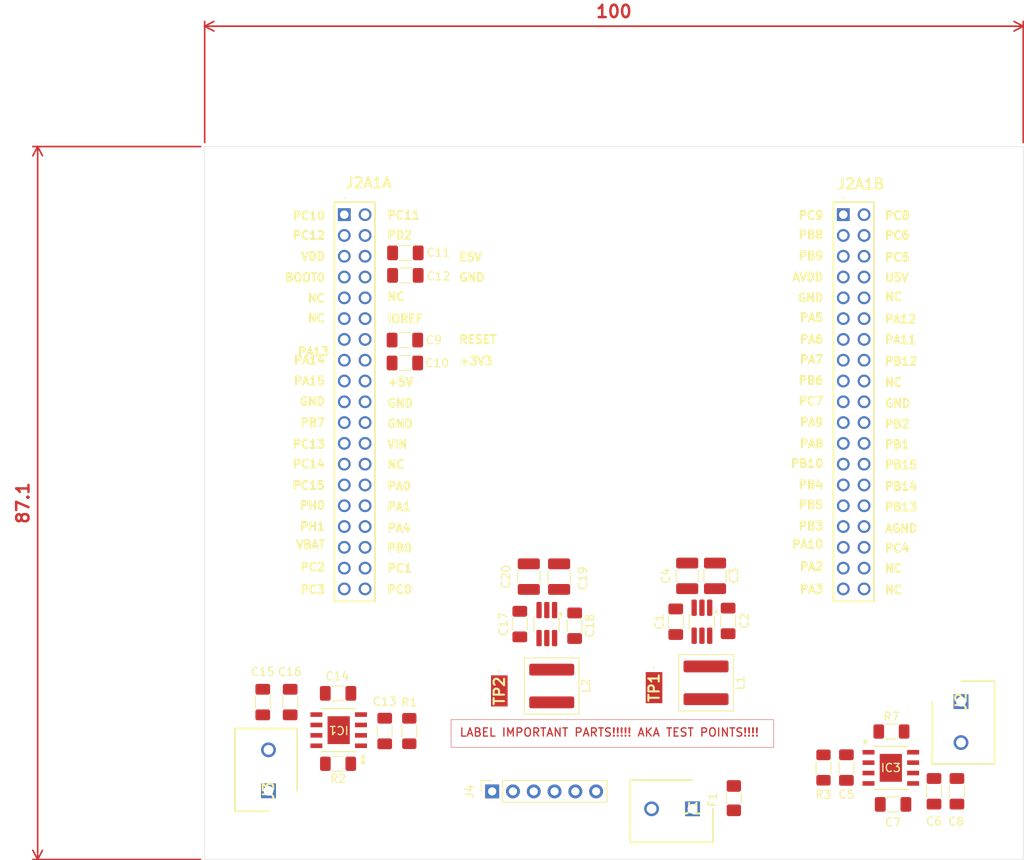
<source format=kicad_pcb>
(kicad_pcb (version 20241229) (generator "pcbnew") (generator_version "9.0")
  (layers (0 "F.Cu" signal) (2 "B.Cu" signal) (13 "F.Paste" user) (15 "B.Paste" user) (5 "F.SilkS" user "F.Silkscreen") (7 "B.SilkS" user "B.Silkscreen") (1 "F.Mask" user) (3 "B.Mask" user) (25 "Edge.Cuts" user))
  (net 0 "")
  (net 1 "+Vbatt")
  (net 2 "GND")
  (net 3 "Net-(IC2-SW)")
  (net 4 "Net-(IC2-BST)")
  (net 5 "+5V")
  (net 6 "Net-(IC3-IPROPI)")
  (net 7 "Vbatt")
  (net 8 "+3V3")
  (net 9 "Net-(IC1-IPROPI)")
  (net 10 "Net-(IC4-BST)")
  (net 11 "Net-(IC4-SW)")
  (net 12 "Net-(F1-Pad1)")
  (net 13 "/IN2-MTR1")
  (net 14 "/IN1_MTR1")
  (net 15 "/-OUT")
  (net 16 "/+OUT")
  (net 17 "/IN1_MTR2")
  (net 18 "/IN2_MTR2")
  (net 40 "/EN")
  (net 42 "/I_MTR2")
  (net 80 "/State")
  (net 82 "/I_MTR1")
  (net 83 "/BT_RX")
  (net 84 "/BT_TX")
  (footprint "FootPrintLibrary_ENEL300:5019" (layer "F.Cu") (at 238.5 128.8 -90)
    (property "Reference" "TP1" (at 0 0 90) (layer "F.SilkS") (effects (font (size 1.27 1.27) (thickness 0.254))))
    (property "Value" "5019" (hide yes))
    (fp_line (start -2.5 0) (end -2.5 0) (stroke (width 0.1)) (layer "F.SilkS"))
    (fp_line (start -2.4 0) (end -2.4 0) (stroke (width 0.1)) (layer "F.SilkS"))
    (fp_arc (start -2.5 0) (mid -2.45 -0.05) (end -2.4 0) (stroke (width 0.1)) (layer "F.SilkS"))
    (fp_arc (start -2.4 0) (mid -2.45 0.05) (end -2.5 0) (stroke (width 0.1)) (layer "F.SilkS"))
    (pad "1" smd rect (at 0 0) (size 2.03 3.8) (layers "F.Cu" "F.Mask" "F.Paste") (net 5 "+5V"))
  )
  (footprint "Resistor_SMD:R_1206_3216Metric_Pad1.30x1.75mm_HandSolder" (layer "F.Cu") (at 208.6 134.1 -90)
    (property "Reference" "R1" (at -3.5 0 0) (layer "F.SilkS"))
    (property "Value" "0Ω")
    (fp_line (start -0.727064 0.91) (end 0.727064 0.91) (stroke (width 0.12)) (layer "F.SilkS"))
    (fp_line (start -0.727064 -0.91) (end 0.727064 -0.91) (stroke (width 0.12)) (layer "F.SilkS"))
    (pad "1" smd roundrect (at -1.55 0 270) (size 1.3 1.75) (layers "F.Cu" "F.Mask" "F.Paste") (roundrect_rratio 0.192308) (net 82 "/I_MTR1"))
    (pad "2" smd roundrect (at 1.55 0 270) (size 1.3 1.75) (layers "F.Cu" "F.Mask" "F.Paste") (roundrect_rratio 0.192308) (net 9 "Net-(IC1-IPROPI)"))
  )
  (footprint "FootPrintLibrary_ENEL300:SHDR2W70P0X500_1X2_1000X750X1150P" (layer "F.Cu") (at 276 130.5125 -90)
    (property "Reference" "J2" (at 0 0 90) (layer "F.SilkS") (effects (font (size 1.27 1.27) (thickness 0.254))))
    (property "Value" "691137710002" (hide yes))
    (fp_line (start 0 3.5) (end 7.6 3.5) (stroke (width 0.2)) (layer "F.SilkS"))
    (fp_line (start 7.6 3.5) (end 7.6 -4.1) (stroke (width 0.2)) (layer "F.SilkS"))
    (fp_line (start -2.5 -4.1) (end -2.5 0) (stroke (width 0.2)) (layer "F.SilkS"))
    (fp_line (start 7.6 -4.1) (end -2.5 -4.1) (stroke (width 0.2)) (layer "F.SilkS"))
    (pad "1" thru_hole rect (at 0 0 270) (size 1.8 1.8) (drill 1.2) (layers "*.Cu" "*.Mask") (net 15 "/-OUT"))
    (pad "2" thru_hole circle (at 5 0 270) (size 1.8 1.8) (drill 1.2) (layers "*.Cu" "*.Mask") (net 16 "/+OUT"))
  )
  (footprint "Capacitor_SMD:C_1206_3216Metric_Pad1.33x1.80mm_HandSolder" (layer "F.Cu") (at 241.15 120.7475 -90)
    (property "Reference" "C1" (at 0 2 90) (layer "F.SilkS"))
    (property "Value" "10uF")
    (fp_line (start -0.711252 0.91) (end 0.711252 0.91) (stroke (width 0.12)) (layer "F.SilkS"))
    (fp_line (start -0.711252 -0.91) (end 0.711252 -0.91) (stroke (width 0.12)) (layer "F.SilkS"))
    (pad "1" smd roundrect (at -1.5625 0 270) (size 1.325 1.8) (layers "F.Cu" "F.Mask" "F.Paste") (roundrect_rratio 0.188679) (net 1 "+Vbatt"))
    (pad "2" smd roundrect (at 1.5625 0 270) (size 1.325 1.8) (layers "F.Cu" "F.Mask" "F.Paste") (roundrect_rratio 0.188679) (net 2 "GND"))
  )
  (footprint "Capacitor_SMD:C_1210_3225Metric_Pad1.33x2.70mm_HandSolder" (layer "F.Cu") (at 242.55 115.1475 -90)
    (property "Reference" "C4" (at 0 2.6 90) (layer "F.SilkS"))
    (property "Value" "22uF")
    (fp_line (start -0.711252 1.36) (end 0.711252 1.36) (stroke (width 0.12)) (layer "F.SilkS"))
    (fp_line (start -0.711252 -1.36) (end 0.711252 -1.36) (stroke (width 0.12)) (layer "F.SilkS"))
    (pad "1" smd roundrect (at -1.5625 0 270) (size 1.325 2.7) (layers "F.Cu" "F.Mask" "F.Paste") (roundrect_rratio 0.188679) (net 2 "GND"))
    (pad "2" smd roundrect (at 1.5625 0 270) (size 1.325 2.7) (layers "F.Cu" "F.Mask" "F.Paste") (roundrect_rratio 0.188679) (net 5 "+5V"))
  )
  (footprint "Capacitor_SMD:C_1206_3216Metric_Pad1.33x1.80mm_HandSolder" (layer "F.Cu") (at 208.06 86.34)
    (property "Reference" "C9" (at 3.5375 0 0) (layer "F.SilkS"))
    (property "Value" "0.1uF")
    (fp_line (start -0.711252 -0.91) (end 0.711252 -0.91) (stroke (width 0.12)) (layer "F.SilkS"))
    (fp_line (start -0.711252 0.91) (end 0.711252 0.91) (stroke (width 0.12)) (layer "F.SilkS"))
    (pad "1" smd roundrect (at -1.5625 0) (size 1.325 1.8) (layers "F.Cu" "F.Mask" "F.Paste") (roundrect_rratio 0.188679) (net 8 "+3V3"))
    (pad "2" smd roundrect (at 1.5625 0) (size 1.325 1.8) (layers "F.Cu" "F.Mask" "F.Paste") (roundrect_rratio 0.188679) (net 2 "GND"))
  )
  (footprint "FootPrintLibrary_ENEL300:SOIC-8-DDA-DRV8231_TEX" (layer "F.Cu") (at 199.97585 133.995 180)
    (property "Reference" "IC1" (at 0 0 180) (layer "F.SilkS"))
    (property "Value" "DRV8251ADDAR")
    (fp_line (start 2.1209 -2.6289) (end -2.1209 -2.6289) (stroke (width 0.1524)) (layer "F.SilkS"))
    (fp_line (start -2.1209 2.6289) (end 2.1209 2.6289) (stroke (width 0.1524)) (layer "F.SilkS"))
    (fp_text user "*" (at -2.97815 -3.6068 0) (layer "F.SilkS"))
    (fp_text user "*" (at -2.97815 -3.6068 180) (layer "F.SilkS"))
    (pad "1" smd rect (at -2.72415 -1.905 180) (size 1.4605 0.5588) (layers "F.Cu" "F.Mask" "F.Paste") (net 9 "Net-(IC1-IPROPI)"))
    (pad "2" smd rect (at -2.72415 -0.635 180) (size 1.4605 0.5588) (layers "F.Cu" "F.Mask" "F.Paste") (net 13 "/IN2-MTR1"))
    (pad "3" smd rect (at -2.72415 0.635 180) (size 1.4605 0.5588) (layers "F.Cu" "F.Mask" "F.Paste") (net 14 "/IN1_MTR1"))
    (pad "4" smd rect (at -2.72415 1.905 180) (size 1.4605 0.5588) (layers "F.Cu" "F.Mask" "F.Paste") (net 8 "+3V3"))
    (pad "5" smd rect (at 2.72415 1.905 180) (size 1.4605 0.5588) (layers "F.Cu" "F.Mask" "F.Paste") (net 7 "Vbatt"))
    (pad "6" smd rect (at 2.72415 0.635 180) (size 1.4605 0.5588) (layers "F.Cu" "F.Mask" "F.Paste") (net 16 "/+OUT"))
    (pad "7" smd rect (at 2.72415 -0.635 180) (size 1.4605 0.5588) (layers "F.Cu" "F.Mask" "F.Paste") (net 2 "GND"))
    (pad "8" smd rect (at 2.72415 -1.905 180) (size 1.4605 0.5588) (layers "F.Cu" "F.Mask" "F.Paste") (net 15 "/-OUT"))
    (pad "EPAD" smd rect (at 0 0 180) (size 2.7178 3.4036) (layers "F.Cu" "F.Mask"))
  )
  (footprint "Connector_PinSocket_2.54mm:PinSocket_1x06_P2.54mm_Vertical" (layer "F.Cu") (at 218.725 141.475 90)
    (property "Reference" "J4" (at 0 -2.77 90) (layer "F.SilkS"))
    (property "Value" "Conn_01x06")
    (fp_line (start 1.33 -1.33) (end 1.33 0) (stroke (width 0.12)) (layer "F.SilkS"))
    (fp_line (start 0 -1.33) (end 1.33 -1.33) (stroke (width 0.12)) (layer "F.SilkS"))
    (fp_line (start 1.33 1.27) (end 1.33 14.03) (stroke (width 0.12)) (layer "F.SilkS"))
    (fp_line (start -1.33 1.27) (end 1.33 1.27) (stroke (width 0.12)) (layer "F.SilkS"))
    (fp_line (start -1.33 1.27) (end -1.33 14.03) (stroke (width 0.12)) (layer "F.SilkS"))
    (fp_line (start -1.33 14.03) (end 1.33 14.03) (stroke (width 0.12)) (layer "F.SilkS"))
    (pad "1" thru_hole rect (at 0 0 90) (size 1.7 1.7) (drill 1) (layers "*.Cu" "*.Mask") (net 80 "/State"))
    (pad "2" thru_hole circle (at 0 2.54 90) (size 1.7 1.7) (drill 1) (layers "*.Cu" "*.Mask") (net 83 "/BT_RX"))
    (pad "3" thru_hole circle (at 0 5.08 90) (size 1.7 1.7) (drill 1) (layers "*.Cu" "*.Mask") (net 84 "/BT_TX"))
    (pad "4" thru_hole circle (at 0 7.62 90) (size 1.7 1.7) (drill 1) (layers "*.Cu" "*.Mask") (net 2 "GND"))
    (pad "5" thru_hole circle (at 0 10.16 90) (size 1.7 1.7) (drill 1) (layers "*.Cu" "*.Mask") (net 5 "+5V"))
    (pad "6" thru_hole circle (at 0 12.7 90) (size 1.7 1.7) (drill 1) (layers "*.Cu" "*.Mask") (net 40 "/EN"))
  )
  (footprint "Capacitor_SMD:C_1206_3216Metric_Pad1.33x1.80mm_HandSolder" (layer "F.Cu") (at 208.1225 75.69)
    (property "Reference" "C11" (at 4.0375 -0.05 0) (layer "F.SilkS"))
    (property "Value" "0.1uF")
    (fp_line (start -0.711252 -0.91) (end 0.711252 -0.91) (stroke (width 0.12)) (layer "F.SilkS"))
    (fp_line (start -0.711252 0.91) (end 0.711252 0.91) (stroke (width 0.12)) (layer "F.SilkS"))
    (pad "1" smd roundrect (at -1.5625 0) (size 1.325 1.8) (layers "F.Cu" "F.Mask" "F.Paste") (roundrect_rratio 0.188679) (net 5 "+5V"))
    (pad "2" smd roundrect (at 1.5625 0) (size 1.325 1.8) (layers "F.Cu" "F.Mask" "F.Paste") (roundrect_rratio 0.188679) (net 2 "GND"))
  )
  (footprint "Capacitor_SMD:C_1206_3216Metric_Pad1.33x1.80mm_HandSolder" (layer "F.Cu") (at 208.06 89.14)
    (property "Reference" "C10" (at 3.9375 0 0) (layer "F.SilkS"))
    (property "Value" "1uF")
    (fp_line (start -0.711252 -0.91) (end 0.711252 -0.91) (stroke (width 0.12)) (layer "F.SilkS"))
    (fp_line (start -0.711252 0.91) (end 0.711252 0.91) (stroke (width 0.12)) (layer "F.SilkS"))
    (pad "1" smd roundrect (at -1.5625 0) (size 1.325 1.8) (layers "F.Cu" "F.Mask" "F.Paste") (roundrect_rratio 0.188679) (net 8 "+3V3"))
    (pad "2" smd roundrect (at 1.5625 0) (size 1.325 1.8) (layers "F.Cu" "F.Mask" "F.Paste") (roundrect_rratio 0.188679) (net 2 "GND"))
  )
  (footprint "Capacitor_SMD:C_1210_3225Metric_Pad1.33x2.70mm_HandSolder" (layer "F.Cu") (at 245.95 115.1475 -90)
    (property "Reference" "C3" (at 0 -2.3 90) (layer "F.SilkS"))
    (property "Value" "22uF")
    (fp_line (start -0.711252 1.36) (end 0.711252 1.36) (stroke (width 0.12)) (layer "F.SilkS"))
    (fp_line (start -0.711252 -1.36) (end 0.711252 -1.36) (stroke (width 0.12)) (layer "F.SilkS"))
    (pad "1" smd roundrect (at -1.5625 0 270) (size 1.325 2.7) (layers "F.Cu" "F.Mask" "F.Paste") (roundrect_rratio 0.188679) (net 2 "GND"))
    (pad "2" smd roundrect (at 1.5625 0 270) (size 1.325 2.7) (layers "F.Cu" "F.Mask" "F.Paste") (roundrect_rratio 0.188679) (net 5 "+5V"))
  )
  (footprint "Capacitor_SMD:C_1206_3216Metric_Pad1.33x1.80mm_HandSolder" (layer "F.Cu") (at 222.1 121.0375 -90)
    (property "Reference" "C17" (at 0 2 90) (layer "F.SilkS"))
    (property "Value" "10uF")
    (fp_line (start -0.711252 0.91) (end 0.711252 0.91) (stroke (width 0.12)) (layer "F.SilkS"))
    (fp_line (start -0.711252 -0.91) (end 0.711252 -0.91) (stroke (width 0.12)) (layer "F.SilkS"))
    (pad "1" smd roundrect (at -1.5625 0 270) (size 1.325 1.8) (layers "F.Cu" "F.Mask" "F.Paste") (roundrect_rratio 0.188679) (net 1 "+Vbatt"))
    (pad "2" smd roundrect (at 1.5625 0 270) (size 1.325 1.8) (layers "F.Cu" "F.Mask" "F.Paste") (roundrect_rratio 0.188679) (net 2 "GND"))
  )
  (footprint "Inductor_SMD:L_Wuerth_XHMI-6060" (layer "F.Cu") (at 226 128.6 -90)
    (property "Reference" "L2" (at 0 -4.18 90) (layer "F.SilkS"))
    (property "Value" "4.7uH")
    (fp_line (start -3.435 3.335) (end -3.435 -3.335) (stroke (width 0.12)) (layer "F.SilkS"))
    (fp_line (start 3.435 3.335) (end -3.435 3.335) (stroke (width 0.12)) (layer "F.SilkS"))
    (fp_line (start -3.435 -3.335) (end 3.435 -3.335) (stroke (width 0.12)) (layer "F.SilkS"))
    (fp_line (start 3.435 -3.335) (end 3.435 3.335) (stroke (width 0.12)) (layer "F.SilkS"))
    (pad "1" smd roundrect (at -2 0 270) (size 1.45 5.5) (layers "F.Cu" "F.Mask" "F.Paste") (roundrect_rratio 0.172414) (net 11 "Net-(IC4-SW)"))
    (pad "2" smd roundrect (at 2 0 270) (size 1.45 5.5) (layers "F.Cu" "F.Mask" "F.Paste") (roundrect_rratio 0.172414) (net 5 "+5V"))
  )
  (footprint "Capacitor_SMD:C_1206_3216Metric_Pad1.33x1.80mm_HandSolder" (layer "F.Cu") (at 262 138.5625 -90)
    (property "Reference" "C5" (at 3.3 0 0) (layer "F.SilkS"))
    (property "Value" "10nF")
    (fp_line (start -0.711252 0.91) (end 0.711252 0.91) (stroke (width 0.12)) (layer "F.SilkS"))
    (fp_line (start -0.711252 -0.91) (end 0.711252 -0.91) (stroke (width 0.12)) (layer "F.SilkS"))
    (pad "1" smd roundrect (at -1.5625 0 270) (size 1.325 1.8) (layers "F.Cu" "F.Mask" "F.Paste") (roundrect_rratio 0.188679) (net 6 "Net-(IC3-IPROPI)"))
    (pad "2" smd roundrect (at 1.5625 0 270) (size 1.325 1.8) (layers "F.Cu" "F.Mask" "F.Paste") (roundrect_rratio 0.188679) (net 2 "GND"))
  )
  (footprint "FootPrintLibrary_ENEL300:STM_Nucleo_Morpho_x2_Footprint" (layer "F.Cu") (at 200.66 71.02)
    (property "Reference" "J2A1" (hide yes))
    (property "Value" "SSW-119-01-T-D" (hide yes))
    (fp_line (start -1.205 -1.525) (end -1.205 47.245) (stroke (width 0.2)) (layer "F.SilkS"))
    (fp_line (start -1.205 47.245) (end 3.745 47.245) (stroke (width 0.2)) (layer "F.SilkS"))
    (fp_line (start 0 -2.1) (end 0 -2.1) (stroke (width 0.1)) (layer "F.SilkS"))
    (fp_line (start 0 -2) (end 0 -2) (stroke (width 0.1)) (layer "F.SilkS"))
    (fp_line (start 3.745 -1.525) (end -1.205 -1.525) (stroke (width 0.2)) (layer "F.SilkS"))
    (fp_line (start 3.745 47.245) (end 3.745 -1.525) (stroke (width 0.2)) (layer "F.SilkS"))
    (fp_line (start 59.755 -1.525) (end 59.755 47.245) (stroke (width 0.2)) (layer "F.SilkS"))
    (fp_line (start 59.755 47.245) (end 64.705 47.245) (stroke (width 0.2)) (layer "F.SilkS"))
    (fp_line (start 60.96 -2.1) (end 60.96 -2.1) (stroke (width 0.1)) (layer "F.SilkS"))
    (fp_line (start 60.96 -2) (end 60.96 -2) (stroke (width 0.1)) (layer "F.SilkS"))
    (fp_line (start 64.705 -1.525) (end 59.755 -1.525) (stroke (width 0.2)) (layer "F.SilkS"))
    (fp_line (start 64.705 47.245) (end 64.705 -1.525) (stroke (width 0.2)) (layer "F.SilkS"))
    (fp_arc (start 0 -2.1) (mid 0.05 -2.05) (end 0 -2) (stroke (width 0.1)) (layer "F.SilkS"))
    (fp_arc (start 0 -2) (mid -0.05 -2.05) (end 0 -2.1) (stroke (width 0.1)) (layer "F.SilkS"))
    (fp_arc (start 60.96 -2.1) (mid 61.01 -2.05) (end 60.96 -2) (stroke (width 0.1)) (layer "F.SilkS"))
    (fp_arc (start 60.96 -2) (mid 60.91 -2.05) (end 60.96 -2.1) (stroke (width 0.1)) (layer "F.SilkS"))
    (fp_text user "PH0" (at -5.545238 36.1 0) (layer "F.SilkS") (effects (font (thickness 0.25)) (justify left bottom)))
    (fp_text user "BOOT0" (at -7.37 8.28 0) (layer "F.SilkS") (effects (font (thickness 0.25)) (justify left bottom)))
    (fp_text user "PB5" (at 55.37 36.04 0) (layer "F.SilkS") (effects (font (thickness 0.25)) (justify left bottom)))
    (fp_text user "VIN" (at 5.13 28.64 0) (layer "F.SilkS") (effects (font (thickness 0.25)) (justify left bottom)))
    (fp_text user "PA3" (at 55.512857 46.34 0) (layer "F.SilkS") (effects (font (thickness 0.25)) (justify left bottom)))
    (fp_text user "PB7" (at -5.497619 26 0) (layer "F.SilkS") (effects (font (thickness 0.25)) (justify left bottom)))
    (fp_text user "PC10" (at -6.45 0.73 0) (layer "F.SilkS") (effects (font (thickness 0.254)) (justify left bottom)))
    (fp_text user "PB3" (at 55.37 38.63 0) (layer "F.SilkS") (effects (font (thickness 0.25)) (justify left bottom)))
    (fp_text user "NC" (at 65.91 21.08 0) (layer "F.SilkS") (effects (font (thickness 0.25)) (justify left bottom)))
    (fp_text user "GND" (at 55.274762 10.74 0) (layer "F.SilkS") (effects (font (thickness 0.25)) (justify left bottom)))
    (fp_text user "PC14" (at -6.45 31.04 0) (layer "F.SilkS") (effects (font (thickness 0.25)) (justify left bottom)))
    (fp_text user "GND" (at 5.15 23.61 0) (layer "F.SilkS") (effects (font (thickness 0.25)) (justify left bottom)))
    (fp_text user "PC4" (at 65.91 41.32 0) (layer "F.SilkS") (effects (font (thickness 0.25)) (justify left bottom)))
    (fp_text user "VBAT" (at -6.021429 40.9 0) (layer "F.SilkS") (effects (font (thickness 0.25)) (justify left bottom)))
    (fp_text user "PA0" (at 5.13 33.75 0) (layer "F.SilkS") (effects (font (thickness 0.25)) (justify left bottom)))
    (fp_text user "PB9" (at 55.37 5.62 0) (layer "F.SilkS") (effects (font (thickness 0.25)) (justify left bottom)))
    (fp_text user "PC7" (at 55.37 23.36 0) (layer "F.SilkS") (effects (font (thickness 0.25)) (justify left bottom)))
    (fp_text user "RESET" (at 13.9 15.83 0) (layer "F.SilkS") (effects (font (thickness 0.25)) (justify left bottom)))
    (fp_text user "IOREF" (at 5.13 13.31 0) (layer "F.SilkS") (effects (font (thickness 0.25)) (justify left bottom)))
    (fp_text user "PA6" (at 55.512857 15.80554 0) (layer "F.SilkS") (effects (font (thickness 0.25)) (justify left bottom)))
    (fp_text user "PA9" (at 55.512857 25.94 0) (layer "F.SilkS") (effects (font (thickness 0.25)) (justify left bottom)))
    (fp_text user "PC9" (at 55.37 0.67 0) (layer "F.SilkS") (effects (font (thickness 0.25)) (justify left bottom)))
    (fp_text user "PC3" (at -5.497619 46.4 0) (layer "F.SilkS") (effects (font (thickness 0.25)) (justify left bottom)))
    (fp_text user "PC1" (at 5.13 43.77 0) (layer "F.SilkS") (effects (font (thickness 0.25)) (justify left bottom)))
    (fp_text user "PB4" (at 55.37 33.6 0) (layer "F.SilkS") (effects (font (thickness 0.25)) (justify left bottom)))
    (fp_text user "PC15" (at -6.48 33.66 0) (layer "F.SilkS") (effects (font (thickness 0.25)) (justify left bottom)))
    (fp_text user "PB14" (at 65.91 33.78 0) (layer "F.SilkS") (effects (font (thickness 0.25)) (justify left bottom)))
    (fp_text user "PA14" (at -6.307143 18.35 0) (layer "F.SilkS") (effects (font (thickness 0.25)) (justify left bottom)))
    (fp_text user "PA2" (at 55.512857 43.57 0) (layer "F.SilkS") (effects (font (thickness 0.25)) (justify left bottom)))
    (fp_text user "PC6" (at 65.91 3.1 0) (layer "F.SilkS") (effects (font (thickness 0.25)) (justify left bottom)))
    (fp_text user "PA15" (at -6.307143 20.9 0) (layer "F.SilkS") (effects (font (thickness 0.25)) (justify left bottom)))
    (fp_text user "PA8" (at 55.512857 28.57 0) (layer "F.SilkS") (effects (font (thickness 0.25)) (justify left bottom)))
    (fp_text user "PH1" (at -5.545238 38.69 0) (layer "F.SilkS") (effects (font (thickness 0.25)) (justify left bottom)))
    (fp_text user "PB12" (at 65.91 18.49 0) (layer "F.SilkS") (effects (font (thickness 0.25)) (justify left bottom)))
    (fp_text user "AVDD" (at 54.608095 8.22 0) (layer "F.SilkS") (effects (font (thickness 0.25)) (justify left bottom)))
    (fp_text user "PC8" (at 65.91 0.69 0) (layer "F.SilkS") (effects (font (thickness 0.25)) (justify left bottom)))
    (fp_text user "PB15" (at 65.91 31.15 0) (layer "F.SilkS") (effects (font (thickness 0.25)) (justify left bottom)))
    (fp_text user "${REFERENCE}A" (at 0.02 -3.16 0) (layer "F.SilkS") (effects (font (size 1.27 1.27) (thickness 0.254) (bold yes)) (justify left bottom)))
    (fp_text user "+5V" (at 5.15 21.05 0) (layer "F.SilkS") (effects (font (thickness 0.25)) (justify left bottom)))
    (fp_text user "PB1" (at 65.91 28.67 0) (layer "F.SilkS") (effects (font (thickness 0.25)) (justify left bottom)))
    (fp_text user "PC0" (at 5.13 46.39 0) (layer "F.SilkS") (effects (font (thickness 0.25)) (justify left bottom)))
    (fp_text user "E5V" (at 13.9 5.77 0) (layer "F.SilkS") (effects (font (thickness 0.25)) (justify left bottom)))
    (fp_text user "PC5" (at 65.91 5.8 0) (layer "F.SilkS") (effects (font (thickness 0.25)) (justify left bottom)))
    (fp_text user "NC" (at 5.13 10.6 0) (layer "F.SilkS") (effects (font (thickness 0.25)) (justify left bottom)))
    (fp_text user "PC11" (at 5.13 0.66 0) (layer "F.SilkS") (effects (font (thickness 0.25)) (justify left bottom)))
    (fp_text user "GND" (at 13.9 8.26 0) (layer "F.SilkS") (effects (font (thickness 0.25)) (justify left bottom)))
    (fp_text user "PA11" (at 65.91 15.86 0) (layer "F.SilkS") (effects (font (thickness 0.25)) (justify left bottom)))
    (fp_text user "NC" (at -4.6 13.22 0) (layer "F.SilkS") (effects (font (thickness 0.25)) (justify left bottom)))
    (fp_text user "NC" (at 65.91 43.8 0) (layer "F.SilkS") (effects (font (thickness 0.25)) (justify left bottom)))
    (fp_text user "PC12" (at -6.45 3.11 0) (layer "F.SilkS") (effects (font (thickness 0.25)) (justify left bottom)))
    (fp_text user "NC" (at -4.6 10.8 0) (layer "F.SilkS") (effects (font (thickness 0.25)) (justify left bottom)))
    (fp_text user "PB13" (at 65.91 36.29 0) (layer "F.SilkS") (effects (font (thickness 0.25)) (justify left bottom)))
    (fp_text user "PA7" (at 55.512857 18.29 0) (layer "F.SilkS") (effects (font (thickness 0.25)) (justify left bottom)))
    (fp_text user "GND" (at 65.91 23.64 0) (layer "F.SilkS") (effects (font (thickness 0.25)) (justify left bottom)))
    (fp_text user "PB2" (at 65.91 26.16 0) (layer "F.SilkS") (effects (font (thickness 0.25)) (justify left bottom)))
    (fp_text user "+3V3" (at 13.9 18.46 0) (layer "F.SilkS") (effects (font (thickness 0.25)) (justify left bottom)))
    (fp_text user "AGND" (at 65.91 38.92 0) (layer "F.SilkS") (effects (font (thickness 0.25)) (justify left bottom)))
    (fp_text user "PA12" (at 65.91 13.34 0) (layer "F.SilkS") (effects (font (thickness 0.25)) (justify left bottom)))
    (fp_text user "PB8" (at 55.37 3.05 0) (layer "F.SilkS") (effects (font (thickness 0.25)) (justify left bottom)))
    (fp_text user "${REFERENCE}B" (at 60.04 -3.01 0) (layer "F.SilkS") (effects (font (size 1.27 1.27) (thickness 0.254) (bold yes)) (justify left bottom)))
    (fp_text user "PC2" (at -5.497619 43.63 0) (layer "F.SilkS") (effects (font (thickness 0.25)) (justify left bottom)))
    (fp_text user "PB0" (at 5.13 41.29 0) (layer "F.SilkS") (effects (font (thickness 0.25)) (justify left bottom)))
    (fp_text user "PA4" (at 5.13 38.89 0) (layer "F.SilkS") (effects (font (thickness 0.25)) (justify left bottom)))
    (fp_text user "NC" (at 5.13 31.12 0) (layer "F.SilkS") (effects (font (thickness 0.25)) (justify left bottom)))
    (fp_text user "PA5" (at 55.512857 13.16 0) (layer "F.SilkS") (effects (font (thickness 0.25)) (justify left bottom)))
    (fp_text user "PA13" (at -5.8 17.32 0) (layer "F.SilkS") (effects (font (thickness 0.25)) (justify left bottom)))
    (fp_text user "GND" (at 5.13 26.13 0) (layer "F.SilkS") (effects (font (thickness 0.25)) (justify left bottom)))
    (fp_text user "PA1" (at 5.13 36.26 0) (layer "F.SilkS") (effects (font (thickness 0.25)) (justify left bottom)))
    (fp_text user "PD2" (at 5.13 3.07 0) (layer "F.SilkS") (effects (font (thickness 0.25)) (justify left bottom)))
    (fp_text user "PC13" (at -6.45 28.63 0) (layer "F.SilkS") (effects (font (thickness 0.25)) (justify left bottom)))
    (fp_text user "GND" (at -5.592857 23.42 0) (layer "F.SilkS") (effects (font (thickness 0.25)) (justify left bottom)))
    (fp_text user "PB10" (at 54.417619 30.98 0) (layer "F.SilkS") (effects (font (thickness 0.25)) (justify left bottom)))
    (fp_text user "PA10" (at 54.560476 40.84 0) (layer "F.SilkS") (effects (font (thickness 0.25)) (justify left bottom)))
    (fp_text user "U5V" (at 65.91 8.29 0) (layer "F.SilkS") (effects (font (thickness 0.25)) (justify left bottom)))
    (fp_text user "PB6" (at 55.37 20.84 0) (layer "F.SilkS") (effects (font (thickness 0.25)) (justify left bottom)))
    (fp_text user "NC" (at 65.91 10.63 0) (layer "F.SilkS") (effects (font (thickness 0.25)) (justify left bottom)))
    (fp_text user "NC" (at 65.91 46.42 0) (layer "F.SilkS") (effects (font (thickness 0.25)) (justify left bottom)))
    (fp_text user "VDD" (at -5.402381 5.68 0) (layer "F.SilkS") (effects (font (thickness 0.25)) (justify left bottom)))
    (pad "A1" thru_hole rect (at 0 0 270) (size 1.56 1.56) (drill 1.04) (layers "*.Cu" "*.Mask"))
    (pad "A2" thru_hole circle (at 2.54 0 270) (size 1.56 1.56) (drill 1.04) (layers "*.Cu" "*.Mask"))
    (pad "A3" thru_hole circle (at 0 2.54 270) (size 1.56 1.56) (drill 1.04) (layers "*.Cu" "*.Mask"))
    (pad "A4" thru_hole circle (at 2.54 2.54 270) (size 1.56 1.56) (drill 1.04) (layers "*.Cu" "*.Mask"))
    (pad "A5" thru_hole circle (at 0 5.08 270) (size 1.56 1.56) (drill 1.04) (layers "*.Cu" "*.Mask"))
    (pad "A6" thru_hole circle (at 2.54 5.08 270) (size 1.56 1.56) (drill 1.04) (layers "*.Cu" "*.Mask") (net 5 "+5V"))
    (pad "A7" thru_hole circle (at 0 7.62 270) (size 1.56 1.56) (drill 1.04) (layers "*.Cu" "*.Mask"))
    (pad "A8" thru_hole circle (at 2.54 7.62 270) (size 1.56 1.56) (drill 1.04) (layers "*.Cu" "*.Mask") (net 2 "GND"))
    (pad "A9" thru_hole circle (at 0 10.16 270) (size 1.56 1.56) (drill 1.04) (layers "*.Cu" "*.Mask"))
    (pad "A10" thru_hole circle (at 2.54 10.16 270) (size 1.56 1.56) (drill 1.04) (layers "*.Cu" "*.Mask"))
    (pad "A11" thru_hole circle (at 0 12.7 270) (size 1.56 1.56) (drill 1.04) (layers "*.Cu" "*.Mask"))
    (pad "A12" thru_hole circle (at 2.54 12.7 270) (size 1.56 1.56) (drill 1.04) (layers "*.Cu" "*.Mask"))
    (pad "A13" thru_hole circle (at 0 15.24 270) (size 1.56 1.56) (drill 1.04) (layers "*.Cu" "*.Mask"))
    (pad "A14" thru_hole circle (at 2.54 15.24 270) (size 1.56 1.56) (drill 1.04) (layers "*.Cu" "*.Mask"))
    (pad "A15" thru_hole circle (at 0 17.78 270) (size 1.56 1.56) (drill 1.04) (layers "*.Cu" "*.Mask"))
    (pad "A16" thru_hole circle (at 2.54 17.78 270) (size 1.56 1.56) (drill 1.04) (layers "*.Cu" "*.Mask") (net 8 "+3V3"))
    (pad "A17" thru_hole circle (at 0 20.32 270) (size 1.56 1.56) (drill 1.04) (layers "*.Cu" "*.Mask"))
    (pad "A18" thru_hole circle (at 2.54 20.32 270) (size 1.56 1.56) (drill 1.04) (layers "*.Cu" "*.Mask"))
    (pad "A19" thru_hole circle (at 0 22.86 270) (size 1.56 1.56) (drill 1.04) (layers "*.Cu" "*.Mask") (net 2 "GND"))
    (pad "A20" thru_hole circle (at 2.54 22.86 270) (size 1.56 1.56) (drill 1.04) (layers "*.Cu" "*.Mask") (net 2 "GND"))
    (pad "A21" thru_hole circle (at 0 25.4 270) (size 1.56 1.56) (drill 1.04) (layers "*.Cu" "*.Mask"))
    (pad "A22" thru_hole circle (at 2.54 25.4 270) (size 1.56 1.56) (drill 1.04) (layers "*.Cu" "*.Mask") (net 2 "GND"))
    (pad "A23" thru_hole circle (at 0 27.94 270) (size 1.56 1.56) (drill 1.04) (layers "*.Cu" "*.Mask"))
    (pad "A24" thru_hole circle (at 2.54 27.94 270) (size 1.56 1.56) (drill 1.04) (layers "*.Cu" "*.Mask"))
    (pad "A25" thru_hole circle (at 0 30.48 270) (size 1.56 1.56) (drill 1.04) (layers "*.Cu" "*.Mask"))
    (pad "A26" thru_hole circle (at 2.54 30.48 270) (size 1.56 1.56) (drill 1.04) (layers "*.Cu" "*.Mask"))
    (pad "A27" thru_hole circle (at 0 33.02 270) (size 1.56 1.56) (drill 1.04) (layers "*.Cu" "*.Mask"))
    (pad "A28" thru_hole circle (at 2.54 33.02 270) (size 1.56 1.56) (drill 1.04) (layers "*.Cu" "*.Mask") (net 83 "/BT_RX"))
    (pad "A29" thru_hole circle (at 0 35.56 270) (size 1.56 1.56) (drill 1.04) (layers "*.Cu" "*.Mask"))
    (pad "A30" thru_hole circle (at 2.54 35.56 270) (size 1.56 1.56) (drill 1.04) (layers "*.Cu" "*.Mask") (net 84 "/BT_TX"))
    (pad "A31" thru_hole circle (at 0 38.1 270) (size 1.56 1.56) (drill 1.04) (layers "*.Cu" "*.Mask"))
    (pad "A32" thru_hole circle (at 2.54 38.1 270) (size 1.56 1.56) (drill 1.04) (layers "*.Cu" "*.Mask"))
    (pad "A33" thru_hole circle (at 0 40.64 270) (size 1.56 1.56) (drill 1.04) (layers "*.Cu" "*.Mask"))
    (pad "A34" thru_hole circle (at 2.54 40.64 270) (size 1.56 1.56) (drill 1.04) (layers "*.Cu" "*.Mask"))
    (pad "A35" thru_hole circle (at 0 43.18 270) (size 1.56 1.56) (drill 1.04) (layers "*.Cu" "*.Mask") (net 82 "/I_MTR1"))
    (pad "A36" thru_hole circle (at 2.54 43.18 270) (size 1.56 1.56) (drill 1.04) (layers "*.Cu" "*.Mask"))
    (pad "A37" thru_hole circle (at 0 45.72 270) (size 1.56 1.56) (drill 1.04) (layers "*.Cu" "*.Mask") (net 42 "/I_MTR2"))
    (pad "A38" thru_hole circle (at 2.54 45.72 270) (size 1.56 1.56) (drill 1.04) (layers "*.Cu" "*.Mask"))
    (pad "B1" thru_hole rect (at 60.96 0 270) (size 1.56 1.56) (drill 1.04) (layers "*.Cu" "*.Mask"))
    (pad "B2" thru_hole circle (at 63.5 0 270) (size 1.56 1.56) (drill 1.04) (layers "*.Cu" "*.Mask"))
    (pad "B3" thru_hole circle (at 60.96 2.54 270) (size 1.56 1.56) (drill 1.04) (layers "*.Cu" "*.Mask"))
    (pad "B4" thru_hole circle (at 63.5 2.54 270) (size 1.56 1.56) (drill 1.04) (layers "*.Cu" "*.Mask"))
    (pad "B5" thru_hole circle (at 60.96 5.08 270) (size 1.56 1.56) (drill 1.04) (layers "*.Cu" "*.Mask"))
    (pad "B6" thru_hole circle (at 63.5 5.08 270) (size 1.56 1.56) (drill 1.04) (layers "*.Cu" "*.Mask"))
    (pad "B7" thru_hole circle (at 60.96 7.62 270) (size 1.56 1.56) (drill 1.04) (layers "*.Cu" "*.Mask"))
    (pad "B8" thru_hole circle (at 63.5 7.62 270) (size 1.56 1.56) (drill 1.04) (layers "*.Cu" "*.Mask"))
    (pad "B9" thru_hole circle (at 60.96 10.16 270) (size 1.56 1.56) (drill 1.04) (layers "*.Cu" "*.Mask") (net 2 "GND"))
    (pad "B10" thru_hole circle (at 63.5 10.16 270) (size 1.56 1.56) (drill 1.04) (layers "*.Cu" "*.Mask"))
    (pad "B11" thru_hole circle (at 60.96 12.7 270) (size 1.56 1.56) (drill 1.04) (layers "*.Cu" "*.Mask"))
    (pad "B12" thru_hole circle (at 63.5 12.7 270) (size 1.56 1.56) (drill 1.04) (layers "*.Cu" "*.Mask"))
    (pad "B13" thru_hole circle (at 60.96 15.24 270) (size 1.56 1.56) (drill 1.04) (layers "*.Cu" "*.Mask"))
    (pad "B14" thru_hole circle (at 63.5 15.24 270) (size 1.56 1.56) (drill 1.04) (layers "*.Cu" "*.Mask") (net 18 "/IN2_MTR2"))
    (pad "B15" thru_hole circle (at 60.96 17.78 270) (size 1.56 1.56) (drill 1.04) (layers "*.Cu" "*.Mask"))
    (pad "B16" thru_hole circle (at 63.5 17.78 270) (size 1.56 1.56) (drill 1.04) (layers "*.Cu" "*.Mask"))
    (pad "B17" thru_hole circle (at 60.96 20.32 270) (size 1.56 1.56) (drill 1.04) (layers "*.Cu" "*.Mask"))
    (pad "B18" thru_hole circle (at 63.5 20.32 270) (size 1.56 1.56) (drill 1.04) (layers "*.Cu" "*.Mask"))
    (pad "B19" thru_hole circle (at 60.96 22.86 270) (size 1.56 1.56) (drill 1.04) (layers "*.Cu" "*.Mask"))
    (pad "B20" thru_hole circle (at 63.5 22.86 270) (size 1.56 1.56) (drill 1.04) (layers "*.Cu" "*.Mask") (net 2 "GND"))
    (pad "B21" thru_hole circle (at 60.96 25.4 270) (size 1.56 1.56) (drill 1.04) (layers "*.Cu" "*.Mask") (net 14 "/IN1_MTR1"))
    (pad "B22" thru_hole circle (at 63.5 25.4 270) (size 1.56 1.56) (drill 1.04) (layers "*.Cu" "*.Mask"))
    (pad "B23" thru_hole circle (at 60.96 27.94 270) (size 1.56 1.56) (drill 1.04) (layers "*.Cu" "*.Mask") (net 13 "/IN2-MTR1"))
    (pad "B24" thru_hole circle (at 63.5 27.94 270) (size 1.56 1.56) (drill 1.04) (layers "*.Cu" "*.Mask"))
    (pad "B25" thru_hole circle (at 60.96 30.48 270) (size 1.56 1.56) (drill 1.04) (layers "*.Cu" "*.Mask"))
    (pad "B26" thru_hole circle (at 63.5 30.48 270) (size 1.56 1.56) (drill 1.04) (layers "*.Cu" "*.Mask"))
    (pad "B27" thru_hole circle (at 60.96 33.02 270) (size 1.56 1.56) (drill 1.04) (layers "*.Cu" "*.Mask"))
    (pad "B28" thru_hole circle (at 63.5 33.02 270) (size 1.56 1.56) (drill 1.04) (layers "*.Cu" "*.Mask"))
    (pad "B29" thru_hole circle (at 60.96 35.56 270) (size 1.56 1.56) (drill 1.04) (layers "*.Cu" "*.Mask"))
    (pad "B30" thru_hole circle (at 63.5 35.56 270) (size 1.56 1.56) (drill 1.04) (layers "*.Cu" "*.Mask"))
    (pad "B31" thru_hole circle (at 60.96 38.1 270) (size 1.56 1.56) (drill 1.04) (layers "*.Cu" "*.Mask"))
    (pad "B32" thru_hole circle (at 63.5 38.1 270) (size 1.56 1.56) (drill 1.04) (layers "*.Cu" "*.Mask"))
    (pad "B33" thru_hole circle (at 60.96 40.64 270) (size 1.56 1.56) (drill 1.04) (layers "*.Cu" "*.Mask") (net 17 "/IN1_MTR2"))
    (pad "B34" thru_hole circle (at 63.5 40.64 270) (size 1.56 1.56) (drill 1.04) (layers "*.Cu" "*.Mask"))
    (pad "B35" thru_hole circle (at 60.96 43.18 270) (size 1.56 1.56) (drill 1.04) (layers "*.Cu" "*.Mask"))
    (pad "B36" thru_hole circle (at 63.5 43.18 270) (size 1.56 1.56) (drill 1.04) (layers "*.Cu" "*.Mask"))
    (pad "B37" thru_hole circle (at 60.96 45.72 270) (size 1.56 1.56) (drill 1.04) (layers "*.Cu" "*.Mask"))
    (pad "B38" thru_hole circle (at 63.5 45.72 270) (size 1.56 1.56) (drill 1.04) (layers "*.Cu" "*.Mask"))
  )
  (footprint "Fuse:Fuse_1206_3216Metric_Pad1.42x1.75mm_HandSolder" (layer "F.Cu") (at 248.25 142.3 90)
    (property "Reference" "F1" (at -0.2 -2.6 90) (layer "F.SilkS"))
    (property "Value" "4A")
    (fp_line (start -0.602064 -0.91) (end 0.602064 -0.91) (stroke (width 0.12)) (layer "F.SilkS"))
    (fp_line (start -0.602064 0.91) (end 0.602064 0.91) (stroke (width 0.12)) (layer "F.SilkS"))
    (pad "1" smd roundrect (at -1.4875 0 90) (size 1.425 1.75) (layers "F.Cu" "F.Mask" "F.Paste") (roundrect_rratio 0.175439) (net 12 "Net-(F1-Pad1)"))
    (pad "2" smd roundrect (at 1.4875 0 90) (size 1.425 1.75) (layers "F.Cu" "F.Mask" "F.Paste") (roundrect_rratio 0.175439) (net 1 "+Vbatt"))
  )
  (footprint "Capacitor_SMD:C_1206_3216Metric_Pad1.33x1.80mm_HandSolder" (layer "F.Cu") (at 205.6 134.1 90)
    (property "Reference" "C13" (at 3.6 0 0) (layer "F.SilkS"))
    (property "Value" "10nF")
    (fp_line (start -0.711252 -0.91) (end 0.711252 -0.91) (stroke (width 0.12)) (layer "F.SilkS"))
    (fp_line (start -0.711252 0.91) (end 0.711252 0.91) (stroke (width 0.12)) (layer "F.SilkS"))
    (pad "1" smd roundrect (at -1.5625 0 90) (size 1.325 1.8) (layers "F.Cu" "F.Mask" "F.Paste") (roundrect_rratio 0.188679) (net 9 "Net-(IC1-IPROPI)"))
    (pad "2" smd roundrect (at 1.5625 0 90) (size 1.325 1.8) (layers "F.Cu" "F.Mask" "F.Paste") (roundrect_rratio 0.188679) (net 2 "GND"))
  )
  (footprint "Capacitor_SMD:C_1210_3225Metric_Pad1.33x2.70mm_HandSolder" (layer "F.Cu") (at 226.9 115.2375 -90)
    (property "Reference" "C19" (at 0.2 -2.9 90) (layer "F.SilkS"))
    (property "Value" "22uF")
    (fp_line (start -0.711252 1.36) (end 0.711252 1.36) (stroke (width 0.12)) (layer "F.SilkS"))
    (fp_line (start -0.711252 -1.36) (end 0.711252 -1.36) (stroke (width 0.12)) (layer "F.SilkS"))
    (pad "1" smd roundrect (at -1.5625 0 270) (size 1.325 2.7) (layers "F.Cu" "F.Mask" "F.Paste") (roundrect_rratio 0.188679) (net 2 "GND"))
    (pad "2" smd roundrect (at 1.5625 0 270) (size 1.325 2.7) (layers "F.Cu" "F.Mask" "F.Paste") (roundrect_rratio 0.188679) (net 5 "+5V"))
  )
  (footprint "FootPrintLibrary_ENEL300:5019" (layer "F.Cu") (at 219.6 129.2 -90)
    (property "Reference" "TP2" (at 0 0 90) (layer "F.SilkS") (effects (font (size 1.27 1.27) (thickness 0.254))))
    (property "Value" "5019" (hide yes))
    (fp_line (start -2.5 0) (end -2.5 0) (stroke (width 0.1)) (layer "F.SilkS"))
    (fp_line (start -2.4 0) (end -2.4 0) (stroke (width 0.1)) (layer "F.SilkS"))
    (fp_arc (start -2.5 0) (mid -2.45 -0.05) (end -2.4 0) (stroke (width 0.1)) (layer "F.SilkS"))
    (fp_arc (start -2.4 0) (mid -2.45 0.05) (end -2.5 0) (stroke (width 0.1)) (layer "F.SilkS"))
    (pad "1" smd rect (at 0 0) (size 2.03 3.8) (layers "F.Cu" "F.Mask" "F.Paste") (net 5 "+5V"))
  )
  (footprint "Capacitor_SMD:C_1206_3216Metric_Pad1.33x1.80mm_HandSolder" (layer "F.Cu") (at 275.5 141.4625 -90)
    (property "Reference" "C8" (at 3.7 0.1 0) (layer "F.SilkS"))
    (property "Value" "0.1uF")
    (fp_line (start -0.711252 0.91) (end 0.711252 0.91) (stroke (width 0.12)) (layer "F.SilkS"))
    (fp_line (start -0.711252 -0.91) (end 0.711252 -0.91) (stroke (width 0.12)) (layer "F.SilkS"))
    (pad "1" smd roundrect (at -1.5625 0 270) (size 1.325 1.8) (layers "F.Cu" "F.Mask" "F.Paste") (roundrect_rratio 0.188679) (net 7 "Vbatt"))
    (pad "2" smd roundrect (at 1.5625 0 270) (size 1.325 1.8) (layers "F.Cu" "F.Mask" "F.Paste") (roundrect_rratio 0.188679) (net 2 "GND"))
  )
  (footprint "Package_TO_SOT_SMD:TSOT-23-6_HandSoldering" (layer "F.Cu") (at 225.4 121.0375 -90)
    (property "Reference" "IC4" (hide yes))
    (property "Value" "AP63205WU-7")
    (fp_line (start -0.88 1.56) (end 0.88 1.56) (stroke (width 0.12)) (layer "F.SilkS"))
    (fp_line (start 0.08 -1.51) (end -0.72 -1.51) (stroke (width 0.12)) (layer "F.SilkS"))
    (fp_line (start 0.08 -1.51) (end 0.88 -1.51) (stroke (width 0.12)) (layer "F.SilkS"))
    (fp_poly (pts (xy -1.22 -1.46) (xy -1.46 -1.79) (xy -0.98 -1.79) (xy -1.22 -1.46)) (stroke (width 0.12)) (fill yes) (layer "F.SilkS"))
    (pad "1" smd roundrect (at -1.71 -0.95 270) (size 2 0.65) (layers "F.Cu" "F.Mask" "F.Paste") (net 5 "+5V"))
    (pad "2" smd roundrect (at -1.71 0 270) (size 2 0.65) (layers "F.Cu" "F.Mask" "F.Paste") (net 1 "+Vbatt"))
    (pad "3" smd roundrect (at -1.71 0.95 270) (size 2 0.65) (layers "F.Cu" "F.Mask" "F.Paste") (net 1 "+Vbatt"))
    (pad "4" smd roundrect (at 1.71 0.95 270) (size 2 0.65) (layers "F.Cu" "F.Mask" "F.Paste") (net 2 "GND"))
    (pad "5" smd roundrect (at 1.71 0 270) (size 2 0.65) (layers "F.Cu" "F.Mask" "F.Paste") (net 11 "Net-(IC4-SW)"))
    (pad "6" smd roundrect (at 1.71 -0.95 270) (size 2 0.65) (layers "F.Cu" "F.Mask" "F.Paste") (net 10 "Net-(IC4-BST)"))
  )
  (footprint "Capacitor_SMD:C_1206_3216Metric_Pad1.33x1.80mm_HandSolder" (layer "F.Cu") (at 199.9 129.5 180)
    (property "Reference" "C14" (at 0.1 2.1 0) (layer "F.SilkS"))
    (property "Value" "0.1uF")
    (fp_line (start -0.711252 0.91) (end 0.711252 0.91) (stroke (width 0.12)) (layer "F.SilkS"))
    (fp_line (start -0.711252 -0.91) (end 0.711252 -0.91) (stroke (width 0.12)) (layer "F.SilkS"))
    (pad "1" smd roundrect (at -1.5625 0 180) (size 1.325 1.8) (layers "F.Cu" "F.Mask" "F.Paste") (roundrect_rratio 0.188679) (net 8 "+3V3"))
    (pad "2" smd roundrect (at 1.5625 0 180) (size 1.325 1.8) (layers "F.Cu" "F.Mask" "F.Paste") (roundrect_rratio 0.188679) (net 2 "GND"))
  )
  (footprint "Capacitor_SMD:C_1206_3216Metric_Pad1.33x1.80mm_HandSolder" (layer "F.Cu") (at 272.7 141.4625 -90)
    (property "Reference" "C6" (at 3.7 0 0) (layer "F.SilkS"))
    (property "Value" "180uF")
    (fp_line (start -0.711252 0.91) (end 0.711252 0.91) (stroke (width 0.12)) (layer "F.SilkS"))
    (fp_line (start -0.711252 -0.91) (end 0.711252 -0.91) (stroke (width 0.12)) (layer "F.SilkS"))
    (pad "1" smd roundrect (at -1.5625 0 270) (size 1.325 1.8) (layers "F.Cu" "F.Mask" "F.Paste") (roundrect_rratio 0.188679) (net 7 "Vbatt"))
    (pad "2" smd roundrect (at 1.5625 0 270) (size 1.325 1.8) (layers "F.Cu" "F.Mask" "F.Paste") (roundrect_rratio 0.188679) (net 2 "GND"))
  )
  (footprint "Resistor_SMD:R_1206_3216Metric_Pad1.30x1.75mm_HandSolder" (layer "F.Cu") (at 199.9 138.1 180)
    (property "Reference" "R2" (at 0 -1.83 0) (layer "F.SilkS"))
    (property "Value" "750Ω")
    (fp_line (start -0.727064 0.91) (end 0.727064 0.91) (stroke (width 0.12)) (layer "F.SilkS"))
    (fp_line (start -0.727064 -0.91) (end 0.727064 -0.91) (stroke (width 0.12)) (layer "F.SilkS"))
    (pad "1" smd roundrect (at -1.55 0 180) (size 1.3 1.75) (layers "F.Cu" "F.Mask" "F.Paste") (roundrect_rratio 0.192308) (net 9 "Net-(IC1-IPROPI)"))
    (pad "2" smd roundrect (at 1.55 0 180) (size 1.3 1.75) (layers "F.Cu" "F.Mask" "F.Paste") (roundrect_rratio 0.192308) (net 2 "GND"))
  )
  (footprint "Resistor_SMD:R_1206_3216Metric_Pad1.30x1.75mm_HandSolder" (layer "F.Cu") (at 267.5 134.1625)
    (property "Reference" "R7" (at 0 -1.83 0) (layer "F.SilkS"))
    (property "Value" "750Ω")
    (fp_line (start -0.727064 -0.91) (end 0.727064 -0.91) (stroke (width 0.12)) (layer "F.SilkS"))
    (fp_line (start -0.727064 0.91) (end 0.727064 0.91) (stroke (width 0.12)) (layer "F.SilkS"))
    (pad "1" smd roundrect (at -1.55 0) (size 1.3 1.75) (layers "F.Cu" "F.Mask" "F.Paste") (roundrect_rratio 0.192308) (net 6 "Net-(IC3-IPROPI)"))
    (pad "2" smd roundrect (at 1.55 0) (size 1.3 1.75) (layers "F.Cu" "F.Mask" "F.Paste") (roundrect_rratio 0.192308) (net 2 "GND"))
  )
  (footprint "Capacitor_SMD:C_1206_3216Metric_Pad1.33x1.80mm_HandSolder" (layer "F.Cu") (at 194.05 130.5625 90)
    (property "Reference" "C16" (at 3.7 -0.05 0) (layer "F.SilkS"))
    (property "Value" "180uF")
    (fp_line (start -0.711252 -0.91) (end 0.711252 -0.91) (stroke (width 0.12)) (layer "F.SilkS"))
    (fp_line (start -0.711252 0.91) (end 0.711252 0.91) (stroke (width 0.12)) (layer "F.SilkS"))
    (pad "1" smd roundrect (at -1.5625 0 90) (size 1.325 1.8) (layers "F.Cu" "F.Mask" "F.Paste") (roundrect_rratio 0.188679) (net 7 "Vbatt"))
    (pad "2" smd roundrect (at 1.5625 0 90) (size 1.325 1.8) (layers "F.Cu" "F.Mask" "F.Paste") (roundrect_rratio 0.188679) (net 2 "GND"))
  )
  (footprint "FootPrintLibrary_ENEL300:SOIC-8-DDA-DRV8231_TEX" (layer "F.Cu") (at 267.42415 138.5975)
    (property "Reference" "IC3" (at 0 0 0) (layer "F.SilkS"))
    (property "Value" "DRV8251ADDAR")
    (fp_line (start -2.1209 2.6289) (end 2.1209 2.6289) (stroke (width 0.1524)) (layer "F.SilkS"))
    (fp_line (start 2.1209 -2.6289) (end -2.1209 -2.6289) (stroke (width 0.1524)) (layer "F.SilkS"))
    (fp_text user "*" (at -3.12415 -2.835 0) (layer "F.SilkS"))
    (fp_text user "*" (at -3.12415 -2.835 0) (layer "F.SilkS"))
    (pad "1" smd rect (at -2.72415 -1.905) (size 1.4605 0.5588) (layers "F.Cu" "F.Mask" "F.Paste") (net 6 "Net-(IC3-IPROPI)"))
    (pad "2" smd rect (at -2.72415 -0.635) (size 1.4605 0.5588) (layers "F.Cu" "F.Mask" "F.Paste") (net 18 "/IN2_MTR2"))
    (pad "3" smd rect (at -2.72415 0.635) (size 1.4605 0.5588) (layers "F.Cu" "F.Mask" "F.Paste") (net 17 "/IN1_MTR2"))
    (pad "4" smd rect (at -2.72415 1.905) (size 1.4605 0.5588) (layers "F.Cu" "F.Mask" "F.Paste") (net 8 "+3V3"))
    (pad "5" smd rect (at 2.72415 1.905) (size 1.4605 0.5588) (layers "F.Cu" "F.Mask" "F.Paste") (net 7 "Vbatt"))
    (pad "6" smd rect (at 2.72415 0.635) (size 1.4605 0.5588) (layers "F.Cu" "F.Mask" "F.Paste") (net 16 "/+OUT"))
    (pad "7" smd rect (at 2.72415 -0.635) (size 1.4605 0.5588) (layers "F.Cu" "F.Mask" "F.Paste") (net 2 "GND"))
    (pad "8" smd rect (at 2.72415 -1.905) (size 1.4605 0.5588) (layers "F.Cu" "F.Mask" "F.Paste") (net 15 "/-OUT"))
    (pad "EPAD" smd rect (at 0 0) (size 2.7178 3.4036) (layers "F.Cu" "F.Mask"))
  )
  (footprint "Capacitor_SMD:C_1206_3216Metric_Pad1.33x1.80mm_HandSolder" (layer "F.Cu") (at 247.55 120.6475 90)
    (property "Reference" "C2" (at 0 2 90) (layer "F.SilkS"))
    (property "Value" "0.1uF")
    (fp_line (start -0.711252 -0.91) (end 0.711252 -0.91) (stroke (width 0.12)) (layer "F.SilkS"))
    (fp_line (start -0.711252 0.91) (end 0.711252 0.91) (stroke (width 0.12)) (layer "F.SilkS"))
    (pad "1" smd roundrect (at -1.5625 0 90) (size 1.325 1.8) (layers "F.Cu" "F.Mask" "F.Paste") (roundrect_rratio 0.188679) (net 3 "Net-(IC2-SW)"))
    (pad "2" smd roundrect (at 1.5625 0 90) (size 1.325 1.8) (layers "F.Cu" "F.Mask" "F.Paste") (roundrect_rratio 0.188679) (net 4 "Net-(IC2-BST)"))
  )
  (footprint "Capacitor_SMD:C_1206_3216Metric_Pad1.33x1.80mm_HandSolder" (layer "F.Cu") (at 267.7 143.0625)
    (property "Reference" "C7" (at 0 2.2 0) (layer "F.SilkS"))
    (property "Value" "0.1uF")
    (fp_line (start -0.711252 -0.91) (end 0.711252 -0.91) (stroke (width 0.12)) (layer "F.SilkS"))
    (fp_line (start -0.711252 0.91) (end 0.711252 0.91) (stroke (width 0.12)) (layer "F.SilkS"))
    (pad "1" smd roundrect (at -1.5625 0) (size 1.325 1.8) (layers "F.Cu" "F.Mask" "F.Paste") (roundrect_rratio 0.188679) (net 8 "+3V3"))
    (pad "2" smd roundrect (at 1.5625 0) (size 1.325 1.8) (layers "F.Cu" "F.Mask" "F.Paste") (roundrect_rratio 0.188679) (net 2 "GND"))
  )
  (footprint "Capacitor_SMD:C_1206_3216Metric_Pad1.33x1.80mm_HandSolder" (layer "F.Cu") (at 228.8 121.2375 -90)
    (property "Reference" "C18" (at 0 -1.85 90) (layer "F.SilkS"))
    (property "Value" "0.1uF")
    (fp_line (start -0.711252 0.91) (end 0.711252 0.91) (stroke (width 0.12)) (layer "F.SilkS"))
    (fp_line (start -0.711252 -0.91) (end 0.711252 -0.91) (stroke (width 0.12)) (layer "F.SilkS"))
    (pad "1" smd roundrect (at -1.5625 0 270) (size 1.325 1.8) (layers "F.Cu" "F.Mask" "F.Paste") (roundrect_rratio 0.188679) (net 11 "Net-(IC4-SW)"))
    (pad "2" smd roundrect (at 1.5625 0 270) (size 1.325 1.8) (layers "F.Cu" "F.Mask" "F.Paste") (roundrect_rratio 0.188679) (net 10 "Net-(IC4-BST)"))
  )
  (footprint "Package_TO_SOT_SMD:TSOT-23-6_HandSoldering" (layer "F.Cu") (at 244.35 120.7475 -90)
    (property "Reference" "IC2" (hide yes))
    (property "Value" "AP63205WU-7")
    (fp_line (start -0.88 1.56) (end 0.88 1.56) (stroke (width 0.12)) (layer "F.SilkS"))
    (fp_line (start 0.08 -1.51) (end -0.72 -1.51) (stroke (width 0.12)) (layer "F.SilkS"))
    (fp_line (start 0.08 -1.51) (end 0.88 -1.51) (stroke (width 0.12)) (layer "F.SilkS"))
    (fp_poly (pts (xy -1.22 -1.46) (xy -1.46 -1.79) (xy -0.98 -1.79) (xy -1.22 -1.46)) (stroke (width 0.12)) (fill yes) (layer "F.SilkS"))
    (pad "1" smd roundrect (at -1.71 -0.95 270) (size 2 0.65) (layers "F.Cu" "F.Mask" "F.Paste") (net 5 "+5V"))
    (pad "2" smd roundrect (at -1.71 0 270) (size 2 0.65) (layers "F.Cu" "F.Mask" "F.Paste") (net 1 "+Vbatt"))
    (pad "3" smd roundrect (at -1.71 0.95 270) (size 2 0.65) (layers "F.Cu" "F.Mask" "F.Paste") (net 1 "+Vbatt"))
    (pad "4" smd roundrect (at 1.71 0.95 270) (size 2 0.65) (layers "F.Cu" "F.Mask" "F.Paste") (net 2 "GND"))
    (pad "5" smd roundrect (at 1.71 0 270) (size 2 0.65) (layers "F.Cu" "F.Mask" "F.Paste") (net 3 "Net-(IC2-SW)"))
    (pad "6" smd roundrect (at 1.71 -0.95 270) (size 2 0.65) (layers "F.Cu" "F.Mask" "F.Paste") (net 4 "Net-(IC2-BST)"))
  )
  (footprint "FootPrintLibrary_ENEL300:SHDR2W70P0X500_1X2_1000X750X1150P" (layer "F.Cu") (at 191.4 141.4 90)
    (property "Reference" "J3" (at 0 0 90) (layer "F.SilkS") (effects (font (size 1.27 1.27) (thickness 0.254))))
    (property "Value" "691137710002" (hide yes))
    (fp_line (start 7.6 -4.1) (end -2.5 -4.1) (stroke (width 0.2)) (layer "F.SilkS"))
    (fp_line (start -2.5 -4.1) (end -2.5 0) (stroke (width 0.2)) (layer "F.SilkS"))
    (fp_line (start 7.6 3.5) (end 7.6 -4.1) (stroke (width 0.2)) (layer "F.SilkS"))
    (fp_line (start 0 3.5) (end 7.6 3.5) (stroke (width 0.2)) (layer "F.SilkS"))
    (pad "1" thru_hole rect (at 0 0 90) (size 1.8 1.8) (drill 1.2) (layers "*.Cu" "*.Mask") (net 15 "/-OUT"))
    (pad "2" thru_hole circle (at 5 0 90) (size 1.8 1.8) (drill 1.2) (layers "*.Cu" "*.Mask") (net 16 "/+OUT"))
  )
  (footprint "Capacitor_SMD:C_1210_3225Metric_Pad1.33x2.70mm_HandSolder" (layer "F.Cu") (at 223.2 115.2375 -90)
    (property "Reference" "C20" (at 0 2.8 90) (layer "F.SilkS"))
    (property "Value" "22uF")
    (fp_line (start -0.711252 1.36) (end 0.711252 1.36) (stroke (width 0.12)) (layer "F.SilkS"))
    (fp_line (start -0.711252 -1.36) (end 0.711252 -1.36) (stroke (width 0.12)) (layer "F.SilkS"))
    (pad "1" smd roundrect (at -1.5625 0 270) (size 1.325 2.7) (layers "F.Cu" "F.Mask" "F.Paste") (roundrect_rratio 0.188679) (net 2 "GND"))
    (pad "2" smd roundrect (at 1.5625 0 270) (size 1.325 2.7) (layers "F.Cu" "F.Mask" "F.Paste") (roundrect_rratio 0.188679) (net 5 "+5V"))
  )
  (footprint "FootPrintLibrary_ENEL300:SHDR2W70P0X500_1X2_1000X750X1150P" (layer "F.Cu") (at 243.2 143.6 180)
    (property "Reference" "J1" (at 0 0 0) (layer "F.SilkS") (effects (font (size 1.27 1.27) (thickness 0.254))))
    (property "Value" "691137710002" (hide yes))
    (fp_line (start 7.6 3.5) (end 7.6 -4.1) (stroke (width 0.2)) (layer "F.SilkS"))
    (fp_line (start 7.6 -4.1) (end -2.5 -4.1) (stroke (width 0.2)) (layer "F.SilkS"))
    (fp_line (start 0 3.5) (end 7.6 3.5) (stroke (width 0.2)) (layer "F.SilkS"))
    (fp_line (start -2.5 -4.1) (end -2.5 0) (stroke (width 0.2)) (layer "F.SilkS"))
    (pad "1" thru_hole rect (at 0 0 180) (size 1.8 1.8) (drill 1.2) (layers "*.Cu" "*.Mask") (net 12 "Net-(F1-Pad1)"))
    (pad "2" thru_hole circle (at 5 0 180) (size 1.8 1.8) (drill 1.2) (layers "*.Cu" "*.Mask") (net 2 "GND"))
  )
  (footprint "Capacitor_SMD:C_1206_3216Metric_Pad1.33x1.80mm_HandSolder" (layer "F.Cu") (at 190.7 130.5625 90)
    (property "Reference" "C15" (at 3.7 0 0) (layer "F.SilkS"))
    (property "Value" "0.1uF")
    (fp_line (start -0.711252 -0.91) (end 0.711252 -0.91) (stroke (width 0.12)) (layer "F.SilkS"))
    (fp_line (start -0.711252 0.91) (end 0.711252 0.91) (stroke (width 0.12)) (layer "F.SilkS"))
    (pad "1" smd roundrect (at -1.5625 0 90) (size 1.325 1.8) (layers "F.Cu" "F.Mask" "F.Paste") (roundrect_rratio 0.188679) (net 7 "Vbatt"))
    (pad "2" smd roundrect (at 1.5625 0 90) (size 1.325 1.8) (layers "F.Cu" "F.Mask" "F.Paste") (roundrect_rratio 0.188679) (net 2 "GND"))
  )
  (footprint "Inductor_SMD:L_Wuerth_XHMI-6060" (layer "F.Cu") (at 244.85 128.21 -90)
    (property "Reference" "L1" (at 0 -4.18 90) (layer "F.SilkS"))
    (property "Value" "4.7uH")
    (fp_line (start -3.435 3.335) (end -3.435 -3.335) (stroke (width 0.12)) (layer "F.SilkS"))
    (fp_line (start 3.435 3.335) (end -3.435 3.335) (stroke (width 0.12)) (layer "F.SilkS"))
    (fp_line (start -3.435 -3.335) (end 3.435 -3.335) (stroke (width 0.12)) (layer "F.SilkS"))
    (fp_line (start 3.435 -3.335) (end 3.435 3.335) (stroke (width 0.12)) (layer "F.SilkS"))
    (pad "1" smd roundrect (at -2 0 270) (size 1.45 5.5) (layers "F.Cu" "F.Mask" "F.Paste") (roundrect_rratio 0.172414) (net 3 "Net-(IC2-SW)"))
    (pad "2" smd roundrect (at 2 0 270) (size 1.45 5.5) (layers "F.Cu" "F.Mask" "F.Paste") (roundrect_rratio 0.172414) (net 5 "+5V"))
  )
  (footprint "Resistor_SMD:R_1206_3216Metric_Pad1.30x1.75mm_HandSolder" (layer "F.Cu") (at 259.2 138.5625 90)
    (property "Reference" "R3" (at -3.3 0 0) (layer "F.SilkS"))
    (property "Value" "0Ω")
    (fp_line (start -0.727064 -0.91) (end 0.727064 -0.91) (stroke (width 0.12)) (layer "F.SilkS"))
    (fp_line (start -0.727064 0.91) (end 0.727064 0.91) (stroke (width 0.12)) (layer "F.SilkS"))
    (pad "1" smd roundrect (at -1.55 0 90) (size 1.3 1.75) (layers "F.Cu" "F.Mask" "F.Paste") (roundrect_rratio 0.192308) (net 42 "/I_MTR2"))
    (pad "2" smd roundrect (at 1.55 0 90) (size 1.3 1.75) (layers "F.Cu" "F.Mask" "F.Paste") (roundrect_rratio 0.192308) (net 6 "Net-(IC3-IPROPI)"))
  )
  (footprint "Capacitor_SMD:C_1206_3216Metric_Pad1.33x1.80mm_HandSolder" (layer "F.Cu") (at 208.1225 78.44)
    (property "Reference" "C12" (at 4.0375 0.1 0) (layer "F.SilkS"))
    (property "Value" "1uF")
    (fp_line (start -0.711252 -0.91) (end 0.711252 -0.91) (stroke (width 0.12)) (layer "F.SilkS"))
    (fp_line (start -0.711252 0.91) (end 0.711252 0.91) (stroke (width 0.12)) (layer "F.SilkS"))
    (pad "1" smd roundrect (at -1.5625 0) (size 1.325 1.8) (layers "F.Cu" "F.Mask" "F.Paste") (roundrect_rratio 0.188679) (net 5 "+5V"))
    (pad "2" smd roundrect (at 1.5625 0) (size 1.325 1.8) (layers "F.Cu" "F.Mask" "F.Paste") (roundrect_rratio 0.188679) (net 2 "GND"))
  )
  (gr_rect (start 183.6 62.7) (end 283.6 149.8) (stroke (width 0.05)) (fill no) (layer "Edge.Cuts"))
  (gr_text_box "LABEL IMPORTANT PARTS!!!!! AKA TEST POINTS!!!!\n\n" (start 213.7 132.7) (end 253.1 136.1) (margins 1.0025 1.0025 1.0025 1.0025) (layer "F.Cu") (effects (font (size 1 1)) (justify left top)) (border yes) (stroke (width 0.05)))
  (dimension (type orthogonal) (layer "F.Cu") (pts (xy 183.6 62.7) (xy 283.6 62.7)) (height -14.7) (orientation 0) (format (prefix "") (suffix "") (units 3) (units_format 0) (precision 4) (suppress_zeroes yes)) (style (thickness 0.2) (arrow_length 1.27) (text_position_mode 0) (arrow_direction outward) (extension_height 0.58642) (extension_offset 0.5) (keep_text_aligned yes)) (gr_text "100" (at 233.6 46.2 0) (layer "F.Cu") (effects (font (size 1.5 1.5) (thickness 0.3)))))
  (dimension (type orthogonal) (layer "F.Cu") (pts (xy 183.6 62.7) (xy 183.6 149.8)) (height -20.4) (orientation 1) (format (prefix "") (suffix "") (units 3) (units_format 0) (precision 4) (suppress_zeroes yes)) (style (thickness 0.2) (arrow_length 1.27) (text_position_mode 0) (arrow_direction outward) (extension_height 0.58642) (extension_offset 0.5) (keep_text_aligned yes)) (gr_text "87.1" (at 161.4 106.25 90) (layer "F.Cu") (effects (font (size 1.5 1.5) (thickness 0.3)))))
)
</source>
